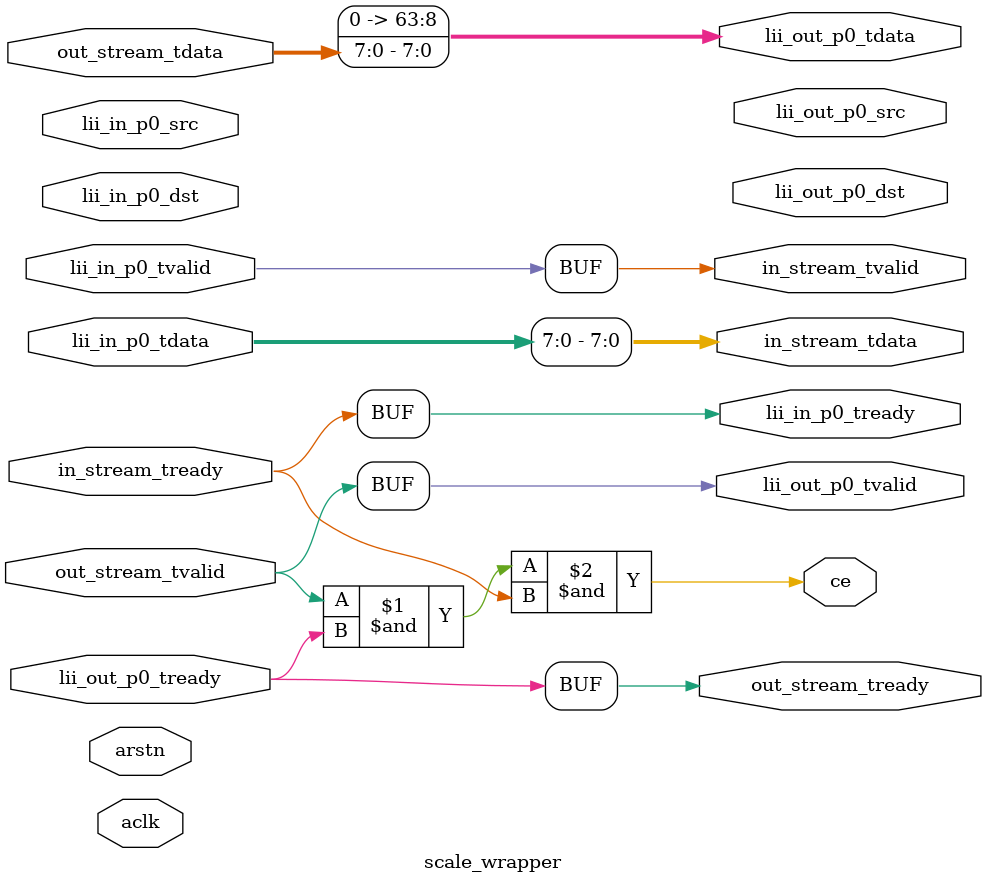
<source format=v>
`timescale 1ns/1ps

module scale_wrapper
#(
    parameter NIN  = 1,   // logic input streams
    parameter NOUT = 1,  // logic output streams
    parameter P    = 1,              // phy in channels
    parameter Q    = 1,             // phy out channels
    parameter PW   = 64              // packing width
)
(
    // ------ clock and reset ------
    input  wire                     aclk,
    input  wire                     arstn,
    // ------ LII phy input ------
    input  wire [PW-1:0]            lii_in_p0_tdata,
    input  wire                     lii_in_p0_tvalid,
    output wire                     lii_in_p0_tready,
    input  wire [7:0]               lii_in_p0_src,
    input  wire [7:0]               lii_in_p0_dst,
    // ------ LII phy output ------
    output wire [PW-1:0]            lii_out_p0_tdata,
    output wire                     lii_out_p0_tvalid,
    input  wire                     lii_out_p0_tready,
    output wire [7:0]               lii_out_p0_src,
    output wire [7:0]               lii_out_p0_dst,
    // ------ connection to HLS kernel ------
    output wire [7:0]   in_stream_tdata,
    output wire                     in_stream_tvalid,
    input  wire                     in_stream_tready,
    input  wire [7:0]   out_stream_tdata,
    input  wire                     out_stream_tvalid,
    output wire                     out_stream_tready,
    // ------ clock enable for HLS kernel ------
    output wire                     ce
);

    // ========= input: unpack =========
    assign lii_in_p0_tready =
        in_stream_tready;
    assign in_stream_tdata  = lii_in_p0_tdata[7:0];
    assign in_stream_tvalid = lii_in_p0_tvalid;

    // ========= output: pack =========
    assign lii_out_p0_tvalid = 
        out_stream_tvalid;
    assign lii_out_p0_tdata = {
        out_stream_tdata
    };
    assign { out_stream_tready } =
           { lii_out_p0_tready };

    // ========= kernel clock gating =========
    assign ce = (out_stream_tvalid) &
                (lii_out_p0_tready) &
                (lii_in_p0_tready);
endmodule
</source>
